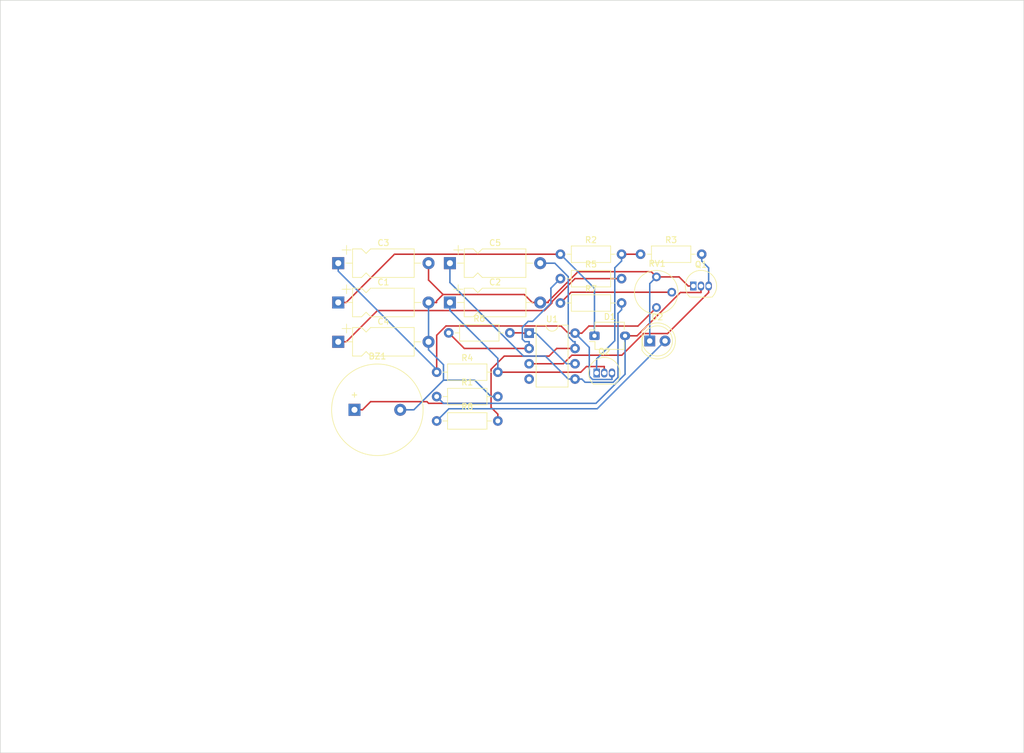
<source format=kicad_pcb>
(kicad_pcb (version 20211014) (generator pcbnew)
  (title_block (title "gammaray2usb") (date "2021-12-27") (rev "0.2x") (company "Fort Sand, Inc."))
  (layers (0 "F.Cu" signal) (31 "B.Cu" signal) (34 "B.Paste" user) (35 "F.Paste" user) (36 "B.SilkS" user "B.Silkscreen") (37 "F.SilkS" user "F.Silkscreen") (38 "B.Mask" user) (39 "F.Mask" user) (44 "Edge.Cuts" user))
  (net 0 "")
  (net 1 "Net-(BZ1-Pad1)")
  (net 2 "GND")
  (net 3 "Net-(C1-Pad1)")
  (net 4 "Net-(C2-Pad1)")
  (net 5 "+9V")
  (net 6 "Net-(C4-Pad1)")
  (net 7 "Net-(C5-Pad1)")
  (net 8 "Net-(D1-Pad2)")
  (net 9 "Net-(D2-Pad2)")
  (net 10 "Net-(Q1-Pad3)")
  (net 11 "Net-(Q2-Pad1)")
  (net 12 "Net-(R5-Pad1)")
  (net 13 "Net-(R6-Pad2)")
  (net 14 "Net-(R7-Pad1)")
  (net 15 "GNDREF")
  (footprint "Potentiometer_THT:Potentiometer_Vishay_T7-YA_Single_Vertical" (layer "F.Cu") (at 178.9838 86.0256)
    (fp_text reference "RV1" (at 0.11 -7.29) (layer "F.SilkS"))
    (fp_text value "250kΩ")
    (fp_circle (center -0.041 -2.54) (end 3.579 -2.54) (layer "F.SilkS") (width 0.12) (fill none))
    (pad "1" thru_hole circle locked (at 0 0) (size 1.44 1.44) (drill 0.8) (layers *.Cu *.Mask) (net 5 "+9V"))
    (pad "2" thru_hole circle locked (at 2.54 -2.54) (size 1.44 1.44) (drill 0.8) (layers *.Cu *.Mask) (net 14 "Net-(R7-Pad1)"))
    (pad "3" thru_hole circle locked (at 0 -5.08) (size 1.44 1.44) (drill 0.8) (layers *.Cu *.Mask) (net 2 "GND"))
  )
  (footprint "Resistor_THT:R_Axial_DIN0207_L6.3mm_D2.5mm_P10.16mm_Horizontal" (layer "F.Cu") (at 163.0278 77.1756)
    (fp_text reference "R2" (at 5.08 -2.37) (layer "F.SilkS"))
    (fp_text value "1.5M")
    (fp_line (start 9.12 0) (end 8.35 0) (layer "F.SilkS") (width 0.12))
    (fp_line (start 1.81 1.37) (end 8.35 1.37) (layer "F.SilkS") (width 0.12))
    (fp_line (start 1.81 -1.37) (end 1.81 1.37) (layer "F.SilkS") (width 0.12))
    (fp_line (start 1.04 0) (end 1.81 0) (layer "F.SilkS") (width 0.12))
    (fp_line (start 8.35 1.37) (end 8.35 -1.37) (layer "F.SilkS") (width 0.12))
    (fp_line (start 8.35 -1.37) (end 1.81 -1.37) (layer "F.SilkS") (width 0.12))
    (pad "1" thru_hole circle locked (at 0 0) (size 1.6 1.6) (drill 0.8) (layers *.Cu *.Mask) (net 3 "Net-(C1-Pad1)"))
    (pad "2" thru_hole oval locked (at 10.16 0) (size 1.6 1.6) (drill 0.8) (layers *.Cu *.Mask) (net 11 "Net-(Q2-Pad1)"))
  )
  (footprint "Resistor_THT:R_Axial_DIN0207_L6.3mm_D2.5mm_P10.16mm_Horizontal" (layer "F.Cu") (at 163.0278 81.2256)
    (fp_text reference "R5" (at 5.08 -2.37) (layer "F.SilkS"))
    (fp_text value "1k")
    (fp_line (start 9.12 0) (end 8.35 0) (layer "F.SilkS") (width 0.12))
    (fp_line (start 1.04 0) (end 1.81 0) (layer "F.SilkS") (width 0.12))
    (fp_line (start 1.81 1.37) (end 8.35 1.37) (layer "F.SilkS") (width 0.12))
    (fp_line (start 8.35 1.37) (end 8.35 -1.37) (layer "F.SilkS") (width 0.12))
    (fp_line (start 8.35 -1.37) (end 1.81 -1.37) (layer "F.SilkS") (width 0.12))
    (fp_line (start 1.81 -1.37) (end 1.81 1.37) (layer "F.SilkS") (width 0.12))
    (pad "1" thru_hole circle locked (at 0 0) (size 1.6 1.6) (drill 0.8) (layers *.Cu *.Mask) (net 12 "Net-(R5-Pad1)"))
    (pad "2" thru_hole oval locked (at 10.16 0) (size 1.6 1.6) (drill 0.8) (layers *.Cu *.Mask) (net 6 "Net-(C4-Pad1)"))
  )
  (footprint "Resistor_THT:R_Axial_DIN0207_L6.3mm_D2.5mm_P10.16mm_Horizontal" (layer "F.Cu") (at 142.4778 104.8656)
    (fp_text reference "R8" (at 5.08 -2.37) (layer "F.SilkS"))
    (fp_text value "1k")
    (fp_line (start 1.81 1.37) (end 8.35 1.37) (layer "F.SilkS") (width 0.12))
    (fp_line (start 1.81 -1.37) (end 1.81 1.37) (layer "F.SilkS") (width 0.12))
    (fp_line (start 8.35 -1.37) (end 1.81 -1.37) (layer "F.SilkS") (width 0.12))
    (fp_line (start 1.04 0) (end 1.81 0) (layer "F.SilkS") (width 0.12))
    (fp_line (start 8.35 1.37) (end 8.35 -1.37) (layer "F.SilkS") (width 0.12))
    (fp_line (start 9.12 0) (end 8.35 0) (layer "F.SilkS") (width 0.12))
    (pad "1" thru_hole circle locked (at 0 0) (size 1.6 1.6) (drill 0.8) (layers *.Cu *.Mask) (net 9 "Net-(D2-Pad2)"))
    (pad "2" thru_hole oval locked (at 10.16 0) (size 1.6 1.6) (drill 0.8) (layers *.Cu *.Mask) (net 1 "Net-(BZ1-Pad1)"))
  )
  (footprint "Capacitor_THT:CP_Axial_L10.0mm_D4.5mm_P15.00mm_Horizontal" (layer "F.Cu") (at 126.1278 85.1906)
    (fp_text reference "C1" (at 7.5 -3.37) (layer "F.SilkS"))
    (fp_text value "0.1µF")
    (fp_line (start 13.76 0) (end 12.62 0) (layer "F.SilkS") (width 0.12))
    (fp_line (start 2.38 2.37) (end 3.88 2.37) (layer "F.SilkS") (width 0.12))
    (fp_line (start 1.24 0) (end 2.38 0) (layer "F.SilkS") (width 0.12))
    (fp_line (start 3.88 2.37) (end 4.63 1.62) (layer "F.SilkS") (width 0.12))
    (fp_line (start 1.38 -2.95) (end 1.38 -1.45) (layer "F.SilkS") (width 0.12))
    (fp_line (start 5.38 -2.37) (end 12.62 -2.37) (layer "F.SilkS") (width 0.12))
    (fp_line (start 2.38 -2.37) (end 3.88 -2.37) (layer "F.SilkS") (width 0.12))
    (fp_line (start 2.38 -2.37) (end 2.38 2.37) (layer "F.SilkS") (width 0.12))
    (fp_line (start 4.63 1.62) (end 5.38 2.37) (layer "F.SilkS") (width 0.12))
    (fp_line (start 0.63 -2.2) (end 2.13 -2.2) (layer "F.SilkS") (width 0.12))
    (fp_line (start 3.88 -2.37) (end 4.63 -1.62) (layer "F.SilkS") (width 0.12))
    (fp_line (start 4.63 -1.62) (end 5.38 -2.37) (layer "F.SilkS") (width 0.12))
    (fp_line (start 12.62 -2.37) (end 12.62 2.37) (layer "F.SilkS") (width 0.12))
    (fp_line (start 5.38 2.37) (end 12.62 2.37) (layer "F.SilkS") (width 0.12))
    (pad "1" thru_hole rect locked (at 0 0) (size 2 2) (drill 1) (layers *.Cu *.Mask) (net 3 "Net-(C1-Pad1)"))
    (pad "2" thru_hole oval locked (at 15 0) (size 2 2) (drill 1) (layers *.Cu *.Mask) (net 2 "GND"))
  )
  (footprint "Resistor_THT:R_Axial_DIN0207_L6.3mm_D2.5mm_P10.16mm_Horizontal" (layer "F.Cu") (at 176.3378 77.1756)
    (fp_text reference "R3" (at 5.08 -2.37) (layer "F.SilkS"))
    (fp_text value "56k")
    (fp_line (start 8.35 -1.37) (end 1.81 -1.37) (layer "F.SilkS") (width 0.12))
    (fp_line (start 1.81 1.37) (end 8.35 1.37) (layer "F.SilkS") (width 0.12))
    (fp_line (start 8.35 1.37) (end 8.35 -1.37) (layer "F.SilkS") (width 0.12))
    (fp_line (start 1.04 0) (end 1.81 0) (layer "F.SilkS") (width 0.12))
    (fp_line (start 9.12 0) (end 8.35 0) (layer "F.SilkS") (width 0.12))
    (fp_line (start 1.81 -1.37) (end 1.81 1.37) (layer "F.SilkS") (width 0.12))
    (pad "1" thru_hole circle locked (at 0 0) (size 1.6 1.6) (drill 0.8) (layers *.Cu *.Mask) (net 11 "Net-(Q2-Pad1)"))
    (pad "2" thru_hole oval locked (at 10.16 0) (size 1.6 1.6) (drill 0.8) (layers *.Cu *.Mask) (net 10 "Net-(Q1-Pad3)"))
  )
  (footprint "Resistor_THT:R_Axial_DIN0207_L6.3mm_D2.5mm_P10.16mm_Horizontal" (layer "F.Cu") (at 144.4778 90.2356)
    (fp_text reference "R6" (at 5.08 -2.37) (layer "F.SilkS"))
    (fp_text value "1.5M")
    (fp_line (start 1.81 1.37) (end 8.35 1.37) (layer "F.SilkS") (width 0.12))
    (fp_line (start 8.35 -1.37) (end 1.81 -1.37) (layer "F.SilkS") (width 0.12))
    (fp_line (start 9.12 0) (end 8.35 0) (layer "F.SilkS") (width 0.12))
    (fp_line (start 1.81 -1.37) (end 1.81 1.37) (layer "F.SilkS") (width 0.12))
    (fp_line (start 8.35 1.37) (end 8.35 -1.37) (layer "F.SilkS") (width 0.12))
    (fp_line (start 1.04 0) (end 1.81 0) (layer "F.SilkS") (width 0.12))
    (pad "1" thru_hole circle locked (at 0 0) (size 1.6 1.6) (drill 0.8) (layers *.Cu *.Mask) (net 12 "Net-(R5-Pad1)"))
    (pad "2" thru_hole oval locked (at 10.16 0) (size 1.6 1.6) (drill 0.8) (layers *.Cu *.Mask) (net 13 "Net-(R6-Pad2)"))
  )
  (footprint "Package_TO_SOT_THT:TO-92_Inline" (layer "F.Cu") (at 185.1078 82.4556)
    (fp_text reference "Q1" (at 1.27 -3.56) (layer "F.SilkS"))
    (fp_text value "2N7000")
    (fp_line (start -0.53 1.85) (end 3.07 1.85) (layer "F.SilkS") (width 0.12))
    (fp_arc (start 1.27 -2.6) (mid 3.672087 -0.994977) (end 3.108478 1.838478) (layer "F.SilkS") (width 0.12))
    (fp_arc (start -0.568478 1.838478) (mid -1.132087 -0.994977) (end 1.27 -2.6) (layer "F.SilkS") (width 0.12))
    (pad "1" thru_hole rect locked (at 0 0) (size 1.05 1.5) (drill 0.75) (layers *.Cu *.Mask) (net 2 "GND"))
    (pad "2" thru_hole oval locked (at 1.27 0) (size 1.05 1.5) (drill 0.75) (layers *.Cu *.Mask) (net 8 "Net-(D1-Pad2)"))
    (pad "3" thru_hole oval locked (at 2.54 0) (size 1.05 1.5) (drill 0.75) (layers *.Cu *.Mask) (net 10 "Net-(Q1-Pad3)"))
  )
  (footprint "Package_DIP:DIP-8_W7.62mm" (layer "F.Cu") (at 157.8378 90.2856)
    (fp_text reference "U1" (at 3.81 -2.33) (layer "F.SilkS"))
    (fp_text value "LM358")
    (fp_line (start 6.46 -1.33) (end 4.81 -1.33) (layer "F.SilkS") (width 0.12))
    (fp_line (start 2.81 -1.33) (end 1.16 -1.33) (layer "F.SilkS") (width 0.12))
    (fp_line (start 1.16 8.95) (end 6.46 8.95) (layer "F.SilkS") (width 0.12))
    (fp_line (start 1.16 -1.33) (end 1.16 8.95) (layer "F.SilkS") (width 0.12))
    (fp_line (start 6.46 8.95) (end 6.46 -1.33) (layer "F.SilkS") (width 0.12))
    (fp_arc (start 4.81 -1.33) (mid 3.81 -0.33) (end 2.81 -1.33) (layer "F.SilkS") (width 0.12))
    (pad "1" thru_hole rect locked (at 0 0) (size 1.6 1.6) (drill 0.8) (layers *.Cu *.Mask) (net 13 "Net-(R6-Pad2)"))
    (pad "2" thru_hole oval locked (at 0 2.54) (size 1.6 1.6) (drill 0.8) (layers *.Cu *.Mask) (net 12 "Net-(R5-Pad1)"))
    (pad "3" thru_hole oval locked (at 0 5.08) (size 1.6 1.6) (drill 0.8) (layers *.Cu *.Mask) (net 10 "Net-(Q1-Pad3)"))
    (pad "4" thru_hole oval locked (at 0 7.62) (size 1.6 1.6) (drill 0.8) (layers *.Cu *.Mask) (net 15 "GNDREF"))
    (pad "5" thru_hole oval locked (at 7.62 7.62) (size 1.6 1.6) (drill 0.8) (layers *.Cu *.Mask) (net 7 "Net-(C5-Pad1)"))
    (pad "6" thru_hole oval locked (at 7.62 5.08) (size 1.6 1.6) (drill 0.8) (layers *.Cu *.Mask) (net 13 "Net-(R6-Pad2)"))
    (pad "7" thru_hole oval locked (at 7.62 2.54) (size 1.6 1.6) (drill 0.8) (layers *.Cu *.Mask) (net 1 "Net-(BZ1-Pad1)"))
    (pad "8" thru_hole oval locked (at 7.62 0) (size 1.6 1.6) (drill 0.8) (layers *.Cu *.Mask) (net 5 "+9V"))
  )
  (footprint "Resistor_THT:R_Axial_DIN0207_L6.3mm_D2.5mm_P10.16mm_Horizontal" (layer "F.Cu") (at 142.4778 100.8156)
    (fp_text reference "R1" (at 5.08 -2.37) (layer "F.SilkS"))
    (fp_text value "10M")
    (fp_line (start 9.12 0) (end 8.35 0) (layer "F.SilkS") (width 0.12))
    (fp_line (start 8.35 -1.37) (end 1.81 -1.37) (layer "F.SilkS") (width 0.12))
    (fp_line (start 8.35 1.37) (end 8.35 -1.37) (layer "F.SilkS") (width 0.12))
    (fp_line (start 1.81 -1.37) (end 1.81 1.37) (layer "F.SilkS") (width 0.12))
    (fp_line (start 1.04 0) (end 1.81 0) (layer "F.SilkS") (width 0.12))
    (fp_line (start 1.81 1.37) (end 8.35 1.37) (layer "F.SilkS") (width 0.12))
    (pad "1" thru_hole circle locked (at 0 0) (size 1.6 1.6) (drill 0.8) (layers *.Cu *.Mask) (net 8 "Net-(D1-Pad2)"))
    (pad "2" thru_hole oval locked (at 10.16 0) (size 1.6 1.6) (drill 0.8) (layers *.Cu *.Mask) (net 2 "GND"))
  )
  (footprint "Resistor_THT:R_Axial_DIN0207_L6.3mm_D2.5mm_P10.16mm_Horizontal" (layer "F.Cu") (at 163.0278 85.2756)
    (fp_text reference "R7" (at 5.08 -2.37) (layer "F.SilkS"))
    (fp_text value "1k")
    (fp_line (start 8.35 -1.37) (end 1.81 -1.37) (layer "F.SilkS") (width 0.12))
    (fp_line (start 9.12 0) (end 8.35 0) (layer "F.SilkS") (width 0.12))
    (fp_line (start 1.81 -1.37) (end 1.81 1.37) (layer "F.SilkS") (width 0.12))
    (fp_line (start 8.35 1.37) (end 8.35 -1.37) (layer "F.SilkS") (width 0.12))
    (fp_line (start 1.81 1.37) (end 8.35 1.37) (layer "F.SilkS") (width 0.12))
    (fp_line (start 1.04 0) (end 1.81 0) (layer "F.SilkS") (width 0.12))
    (pad "1" thru_hole circle locked (at 0 0) (size 1.6 1.6) (drill 0.8) (layers *.Cu *.Mask) (net 14 "Net-(R7-Pad1)"))
    (pad "2" thru_hole oval locked (at 10.16 0) (size 1.6 1.6) (drill 0.8) (layers *.Cu *.Mask) (net 7 "Net-(C5-Pad1)"))
  )
  (footprint "Buzzer_Beeper:Buzzer_15x7.5RM7.6" (layer "F.Cu") (at 128.8278 103.0156)
    (fp_text reference "BZ1" (at 3.81 -8.89) (layer "F.SilkS"))
    (fp_text value "Buzzer")
    (fp_text user "+" (at -0.01 -2.54) (layer "F.SilkS"))
    (fp_circle (center 3.8 0) (end 11.4 0) (layer "F.SilkS") (width 0.12) (fill none))
    (pad "1" thru_hole rect locked (at 0 0) (size 2 2) (drill 1) (layers *.Cu *.Mask) (net 1 "Net-(BZ1-Pad1)"))
    (pad "2" thru_hole circle locked (at 7.6 0) (size 2 2) (drill 1) (layers *.Cu *.Mask) (net 2 "GND"))
  )
  (footprint "Capacitor_THT:CP_Axial_L10.0mm_D4.5mm_P15.00mm_Horizontal" (layer "F.Cu") (at 144.6778 78.6606)
    (fp_text reference "C5" (at 7.5 -3.37) (layer "F.SilkS"))
    (fp_text value "0.01µF")
    (fp_line (start 1.38 -2.95) (end 1.38 -1.45) (layer "F.SilkS") (width 0.12))
    (fp_line (start 4.63 1.62) (end 5.38 2.37) (layer "F.SilkS") (width 0.12))
    (fp_line (start 3.88 2.37) (end 4.63 1.62) (layer "F.SilkS") (width 0.12))
    (fp_line (start 12.62 -2.37) (end 12.62 2.37) (layer "F.SilkS") (width 0.12))
    (fp_line (start 4.63 -1.62) (end 5.38 -2.37) (layer "F.SilkS") (width 0.12))
    (fp_line (start 2.38 -2.37) (end 3.88 -2.37) (layer "F.SilkS") (width 0.12))
    (fp_line (start 1.24 0) (end 2.38 0) (layer "F.SilkS") (width 0.12))
    (fp_line (start 13.76 0) (end 12.62 0) (layer "F.SilkS") (width 0.12))
    (fp_line (start 5.38 2.37) (end 12.62 2.37) (layer "F.SilkS") (width 0.12))
    (fp_line (start 2.38 -2.37) (end 2.38 2.37) (layer "F.SilkS") (width 0.12))
    (fp_line (start 2.38 2.37) (end 3.88 2.37) (layer "F.SilkS") (width 0.12))
    (fp_line (start 5.38 -2.37) (end 12.62 -2.37) (layer "F.SilkS") (width 0.12))
    (fp_line (start 0.63 -2.2) (end 2.13 -2.2) (layer "F.SilkS") (width 0.12))
    (fp_line (start 3.88 -2.37) (end 4.63 -1.62) (layer "F.SilkS") (width 0.12))
    (pad "1" thru_hole rect locked (at 0 0) (size 2 2) (drill 1) (layers *.Cu *.Mask) (net 7 "Net-(C5-Pad1)"))
    (pad "2" thru_hole oval locked (at 15 0) (size 2 2) (drill 1) (layers *.Cu *.Mask) (net 1 "Net-(BZ1-Pad1)"))
  )
  (footprint "Capacitor_THT:CP_Axial_L10.0mm_D4.5mm_P15.00mm_Horizontal" (layer "F.Cu") (at 126.1278 91.7206)
    (fp_text reference "C4" (at 7.5 -3.37) (layer "F.SilkS"))
    (fp_text value "20nF")
    (fp_line (start 12.62 -2.37) (end 12.62 2.37) (layer "F.SilkS") (width 0.12))
    (fp_line (start 3.88 2.37) (end 4.63 1.62) (layer "F.SilkS") (width 0.12))
    (fp_line (start 0.63 -2.2) (end 2.13 -2.2) (layer "F.SilkS") (width 0.12))
    (fp_line (start 4.63 1.62) (end 5.38 2.37) (layer "F.SilkS") (width 0.12))
    (fp_line (start 2.38 -2.37) (end 2.38 2.37) (layer "F.SilkS") (width 0.12))
    (fp_line (start 13.76 0) (end 12.62 0) (layer "F.SilkS") (width 0.12))
    (fp_line (start 5.38 2.37) (end 12.62 2.37) (layer "F.SilkS") (width 0.12))
    (fp_line (start 3.88 -2.37) (end 4.63 -1.62) (layer "F.SilkS") (width 0.12))
    (fp_line (start 2.38 -2.37) (end 3.88 -2.37) (layer "F.SilkS") (width 0.12))
    (fp_line (start 4.63 -1.62) (end 5.38 -2.37) (layer "F.SilkS") (width 0.12))
    (fp_line (start 2.38 2.37) (end 3.88 2.37) (layer "F.SilkS") (width 0.12))
    (fp_line (start 1.38 -2.95) (end 1.38 -1.45) (layer "F.SilkS") (width 0.12))
    (fp_line (start 1.24 0) (end 2.38 0) (layer "F.SilkS") (width 0.12))
    (fp_line (start 5.38 -2.37) (end 12.62 -2.37) (layer "F.SilkS") (width 0.12))
    (pad "1" thru_hole rect locked (at 0 0) (size 2 2) (drill 1) (layers *.Cu *.Mask) (net 6 "Net-(C4-Pad1)"))
    (pad "2" thru_hole oval locked (at 15 0) (size 2 2) (drill 1) (layers *.Cu *.Mask) (net 2 "GND"))
  )
  (footprint "Capacitor_THT:CP_Axial_L10.0mm_D4.5mm_P15.00mm_Horizontal" (layer "F.Cu") (at 126.1278 78.6606)
    (fp_text reference "C3" (at 7.5 -3.37) (layer "F.SilkS"))
    (fp_text value "0.1µF")
    (fp_line (start 1.24 0) (end 2.38 0) (layer "F.SilkS") (width 0.12))
    (fp_line (start 4.63 1.62) (end 5.38 2.37) (layer "F.SilkS") (width 0.12))
    (fp_line (start 12.62 -2.37) (end 12.62 2.37) (layer "F.SilkS") (width 0.12))
    (fp_line (start 3.88 2.37) (end 4.63 1.62) (layer "F.SilkS") (width 0.12))
    (fp_line (start 1.38 -2.95) (end 1.38 -1.45) (layer "F.SilkS") (width 0.12))
    (fp_line (start 13.76 0) (end 12.62 0) (layer "F.SilkS") (width 0.12))
    (fp_line (start 5.38 2.37) (end 12.62 2.37) (layer "F.SilkS") (width 0.12))
    (fp_line (start 2.38 2.37) (end 3.88 2.37) (layer "F.SilkS") (width 0.12))
    (fp_line (start 2.38 -2.37) (end 3.88 -2.37) (layer "F.SilkS") (width 0.12))
    (fp_line (start 4.63 -1.62) (end 5.38 -2.37) (layer "F.SilkS") (width 0.12))
    (fp_line (start 5.38 -2.37) (end 12.62 -2.37) (layer "F.SilkS") (width 0.12))
    (fp_line (start 0.63 -2.2) (end 2.13 -2.2) (layer "F.SilkS") (width 0.12))
    (fp_line (start 3.88 -2.37) (end 4.63 -1.62) (layer "F.SilkS") (width 0.12))
    (fp_line (start 2.38 -2.37) (end 2.38 2.37) (layer "F.SilkS") (width 0.12))
    (pad "1" thru_hole rect locked (at 0 0) (size 2 2) (drill 1) (layers *.Cu *.Mask) (net 5 "+9V"))
    (pad "2" thru_hole oval locked (at 15 0) (size 2 2) (drill 1) (layers *.Cu *.Mask) (net 2 "GND"))
  )
  (footprint "OptoDevice:Osram_DIL2_4.3x4.65mm_P5.08mm" (layer "F.Cu") (at 168.6878 90.7256)
    (fp_text reference "D1" (at 2.54 -3.17) (layer "F.SilkS"))
    (fp_text value "BPW34")
    (fp_line (start 0.08 -2.26) (end 4.95 -2.26) (layer "F.SilkS") (width 0.12))
    (fp_line (start 0.08 -0.96) (end -0.84 -0.96) (layer "F.SilkS") (width 0.12))
    (fp_line (start 0.08 -2.26) (end 0.08 -0.96) (layer "F.SilkS") (width 0.12))
    (fp_line (start 0.08 0.96) (end -0.84 0.96) (layer "F.SilkS") (width 0.12))
    (fp_line (start 0.08 0.96) (end 0.08 2.26) (layer "F.SilkS") (width 0.12))
    (fp_line (start 4.95 -2.26) (end 4.95 -1.06) (layer "F.SilkS") (width 0.12))
    (fp_line (start 4.95 1.06) (end 4.95 2.26) (layer "F.SilkS") (width 0.12))
    (fp_line (start 4.95 2.26) (end 0.08 2.26) (layer "F.SilkS") (width 0.12))
    (pad "1" thru_hole roundrect locked (at 0 0) (size 1.7 1.4) (drill 0.7) (layers *.Cu *.Mask) (roundrect_rratio 0.178) (net 3 "Net-(C1-Pad1)"))
    (pad "2" thru_hole oval locked (at 5.08 0) (size 1.7 1.4) (drill 0.7) (layers *.Cu *.Mask) (net 8 "Net-(D1-Pad2)"))
  )
  (footprint "LED_THT:LED_D5.0mm" (layer "F.Cu") (at 177.8678 91.5756)
    (fp_text reference "D2" (at 1.27 -3.96) (layer "F.SilkS"))
    (fp_text value "LED")
    (fp_line (start -1.29 -1.545) (end -1.29 1.545) (layer "F.SilkS") (width 0.12))
    (fp_arc (start -1.29 -1.54483) (mid 2.072002 -2.880433) (end 4.26 0.000462) (layer "F.SilkS") (width 0.12))
    (fp_arc (start 4.26 -0.000462) (mid 2.072002 2.880433) (end -1.29 1.54483) (layer "F.SilkS") (width 0.12))
    (fp_circle (center 1.27 0) (end 3.77 0) (layer "F.SilkS") (width 0.12) (fill none))
    (pad "1" thru_hole rect locked (at 0 0) (size 1.8 1.8) (drill 0.9) (layers *.Cu *.Mask) (net 2 "GND"))
    (pad "2" thru_hole circle locked (at 2.54 0) (size 1.8 1.8) (drill 0.9) (layers *.Cu *.Mask) (net 9 "Net-(D2-Pad2)"))
  )
  (footprint "Package_TO_SOT_THT:TO-92_Inline" (layer "F.Cu") (at 169.0478 96.9056)
    (fp_text reference "Q2" (at 1.27 -3.56) (layer "F.SilkS"))
    (fp_text value "2N3904")
    (fp_line (start -0.53 1.85) (end 3.07 1.85) (layer "F.SilkS") (width 0.12))
    (fp_arc (start 1.27 -2.6) (mid 3.672087 -0.994977) (end 3.108478 1.838478) (layer "F.SilkS") (width 0.12))
    (fp_arc (start -0.568478 1.838478) (mid -1.132087 -0.994977) (end 1.27 -2.6) (layer "F.SilkS") (width 0.12))
    (pad "1" thru_hole rect locked (at 0 0) (size 1.05 1.5) (drill 0.75) (layers *.Cu *.Mask) (net 11 "Net-(Q2-Pad1)"))
    (pad "2" thru_hole oval locked (at 1.27 0) (size 1.05 1.5) (drill 0.75) (layers *.Cu *.Mask) (net 4 "Net-(C2-Pad1)"))
    (pad "3" thru_hole oval locked (at 2.54 0) (size 1.05 1.5) (drill 0.75) (layers *.Cu *.Mask) (net 5 "+9V"))
  )
  (footprint "Resistor_THT:R_Axial_DIN0207_L6.3mm_D2.5mm_P10.16mm_Horizontal" (layer "F.Cu") (at 142.4778 96.7656)
    (fp_text reference "R4" (at 5.08 -2.37) (layer "F.SilkS"))
    (fp_text value "150k")
    (fp_line (start 8.35 1.37) (end 8.35 -1.37) (layer "F.SilkS") (width 0.12))
    (fp_line (start 1.81 1.37) (end 8.35 1.37) (layer "F.SilkS") (width 0.12))
    (fp_line (start 1.04 0) (end 1.81 0) (layer "F.SilkS") (width 0.12))
    (fp_line (start 8.35 -1.37) (end 1.81 -1.37) (layer "F.SilkS") (width 0.12))
    (fp_line (start 1.81 -1.37) (end 1.81 1.37) (layer "F.SilkS") (width 0.12))
    (fp_line (start 9.12 0) (end 8.35 0) (layer "F.SilkS") (width 0.12))
    (pad "1" thru_hole circle locked (at 0 0) (size 1.6 1.6) (drill 0.8) (layers *.Cu *.Mask) (net 5 "+9V"))
    (pad "2" thru_hole oval locked (at 10.16 0) (size 1.6 1.6) (drill 0.8) (layers *.Cu *.Mask) (net 4 "Net-(C2-Pad1)"))
  )
  (footprint "Capacitor_THT:CP_Axial_L10.0mm_D4.5mm_P15.00mm_Horizontal" (layer "F.Cu") (at 144.6778 85.1906)
    (fp_text reference "C2" (at 7.5 -3.37) (layer "F.SilkS"))
    (fp_text value "100 uF")
    (fp_line (start 2.38 -2.37) (end 3.88 -2.37) (layer "F.SilkS") (width 0.12))
    (fp_line (start 3.88 2.37) (end 4.63 1.62) (layer "F.SilkS") (width 0.12))
    (fp_line (start 1.38 -2.95) (end 1.38 -1.45) (layer "F.SilkS") (width 0.12))
    (fp_line (start 1.24 0) (end 2.38 0) (layer "F.SilkS") (width 0.12))
    (fp_line (start 13.76 0) (end 12.62 0) (layer "F.SilkS") (width 0.12))
    (fp_line (start 4.63 -1.62) (end 5.38 -2.37) (layer "F.SilkS") (width 0.12))
    (fp_line (start 2.38 -2.37) (end 2.38 2.37) (layer "F.SilkS") (width 0.12))
    (fp_line (start 2.38 2.37) (end 3.88 2.37) (layer "F.SilkS") (width 0.12))
    (fp_line (start 4.63 1.62) (end 5.38 2.37) (layer "F.SilkS") (width 0.12))
    (fp_line (start 5.38 2.37) (end 12.62 2.37) (layer "F.SilkS") (width 0.12))
    (fp_line (start 0.63 -2.2) (end 2.13 -2.2) (layer "F.SilkS") (width 0.12))
    (fp_line (start 12.62 -2.37) (end 12.62 2.37) (layer "F.SilkS") (width 0.12))
    (fp_line (start 5.38 -2.37) (end 12.62 -2.37) (layer "F.SilkS") (width 0.12))
    (fp_line (start 3.88 -2.37) (end 4.63 -1.62) (layer "F.SilkS") (width 0.12))
    (pad "1" thru_hole rect locked (at 0 0) (size 2 2) (drill 1) (layers *.Cu *.Mask) (net 4 "Net-(C2-Pad1)"))
    (pad "2" thru_hole oval locked (at 15 0) (size 2 2) (drill 1) (layers *.Cu *.Mask) (net 2 "GND"))
  )
  (gr_line (start 240 160) (end 70 160) (layer "Edge.Cuts") (width 0.1))
  (gr_line (start 70 35) (end 240 35) (layer "Edge.Cuts") (width 0.1))
  (gr_line (start 240 35) (end 240 160) (layer "Edge.Cuts") (width 0.1))
  (gr_line (start 70 160) (end 70 35) (layer "Edge.Cuts") (width 0.1))
  (segment (start 153.6994 94.0956) (end 151.5125 96.2825) (width 0.25) (layer "F.Cu") (net 1))
  (segment (start 152.6378 104.8656) (end 152.6378 103.7403) (width 0.25) (layer "F.Cu") (net 1))
  (segment (start 151.5125 96.2825) (end 151.5125 101.941) (width 0.25) (layer "F.Cu") (net 1))
  (segment (start 140.8632 101.6594) (end 141.1448 101.941) (width 0.25) (layer "F.Cu") (net 1))
  (segment (start 130.1531 103.0156) (end 131.5093 101.6594) (width 0.25) (layer "F.Cu") (net 1))
  (segment (start 161.1392 94.0956) (end 153.6994 94.0956) (width 0.25) (layer "F.Cu") (net 1))
  (segment (start 151.5125 102.615) (end 152.6378 103.7403) (width 0.25) (layer "F.Cu") (net 1))
  (segment (start 151.5125 101.941) (end 151.5125 102.615) (width 0.25) (layer "F.Cu") (net 1))
  (segment (start 131.5093 101.6594) (end 140.8632 101.6594) (width 0.25) (layer "F.Cu") (net 1))
  (segment (start 128.8278 103.0156) (end 130.1531 103.0156) (width 0.25) (layer "F.Cu") (net 1))
  (segment (start 141.1448 101.941) (end 151.5125 101.941) (width 0.25) (layer "F.Cu") (net 1))
  (segment (start 162.4092 92.8256) (end 161.1392 94.0956) (width 0.25) (layer "F.Cu") (net 1))
  (segment (start 165.4578 92.8256) (end 162.4092 92.8256) (width 0.25) (layer "F.Cu") (net 1))
  (segment (start 165.4578 92.8256) (end 165.4578 91.7003) (width 0.25) (layer "B.Cu") (net 1))
  (segment (start 165.4578 91.7003) (end 165.1764 91.7003) (width 0.25) (layer "B.Cu") (net 1))
  (segment (start 164.3325 90.8564) (end 164.3325 80.9053) (width 0.25) (layer "B.Cu") (net 1))
  (segment (start 164.3325 80.9053) (end 162.0878 78.6606) (width 0.25) (layer "B.Cu") (net 1))
  (segment (start 162.0878 78.6606) (end 159.6778 78.6606) (width 0.25) (layer "B.Cu") (net 1))
  (segment (start 165.1764 91.7003) (end 164.3325 90.8564) (width 0.25) (layer "B.Cu") (net 1))
  (segment (start 159.6778 85.1906) (end 161.0031 85.1906) (width 0.25) (layer "F.Cu") (net 2))
  (segment (start 142.4531 84.9421) (end 143.5299 83.8653) (width 0.25) (layer "F.Cu") (net 2))
  (segment (start 141.1278 85.1906) (end 142.4531 85.1906) (width 0.25) (layer "F.Cu") (net 2))
  (segment (start 159.6778 85.1906) (end 158.3525 85.1906) (width 0.25) (layer "F.Cu") (net 2))
  (segment (start 182.7475 80.9456) (end 178.9838 80.9456) (width 0.25) (layer "F.Cu") (net 2))
  (segment (start 165.9462 80.0731) (end 178.1113 80.0731) (width 0.25) (layer "F.Cu") (net 2))
  (segment (start 161.0031 85.0162) (end 165.9462 80.0731) (width 0.25) (layer "F.Cu") (net 2))
  (segment (start 185.1078 82.4556) (end 184.2575 82.4556) (width 0.25) (layer "F.Cu") (net 2))
  (segment (start 184.2575 82.4556) (end 182.7475 80.9456) (width 0.25) (layer "F.Cu") (net 2))
  (segment (start 157.0272 83.8653) (end 158.3525 85.1906) (width 0.25) (layer "F.Cu") (net 2))
  (segment (start 142.4531 85.1906) (end 142.4531 84.9421) (width 0.25) (layer "F.Cu") (net 2))
  (segment (start 178.1113 80.0731) (end 178.9838 80.9456) (width 0.25) (layer "F.Cu") (net 2))
  (segment (start 143.5299 83.8653) (end 157.0272 83.8653) (width 0.25) (layer "F.Cu") (net 2))
  (segment (start 161.0031 85.1906) (end 161.0031 85.0162) (width 0.25) (layer "F.Cu") (net 2))
  (segment (start 143.5299 83.8653) (end 141.1278 81.4632) (width 0.25) (layer "F.Cu") (net 2))
  (segment (start 141.1278 81.4632) (end 141.1278 78.6606) (width 0.25) (layer "F.Cu") (net 2))
  (segment (start 141.1278 91.7206) (end 141.1278 93.0459) (width 0.25) (layer "B.Cu") (net 2))
  (segment (start 141.1278 85.1906) (end 141.1278 91.7206) (width 0.25) (layer "B.Cu") (net 2))
  (segment (start 177.8678 82.0616) (end 177.8678 91.5756) (width 0.25) (layer "B.Cu") (net 2))
  (segment (start 178.9838 80.9456) (end 177.8678 82.0616) (width 0.25) (layer "B.Cu") (net 2))
  (segment (start 143.6091 95.5272) (end 141.1278 93.0459) (width 0.25) (layer "B.Cu") (net 2))
  (segment (start 138.6847 103.0156) (end 143.6091 98.0912) (width 0.25) (layer "B.Cu") (net 2))
  (segment (start 143.6091 98.0912) (end 143.6091 95.5272) (width 0.25) (layer "B.Cu") (net 2))
  (segment (start 136.4278 103.0156) (end 138.6847 103.0156) (width 0.25) (layer "B.Cu") (net 2))
  (segment (start 143.6091 98.0912) (end 148.7881 98.0912) (width 0.25) (layer "B.Cu") (net 2))
  (segment (start 152.6378 100.8156) (end 151.5125 100.8156) (width 0.25) (layer "B.Cu") (net 2))
  (segment (start 148.7881 98.0912) (end 151.5125 100.8156) (width 0.25) (layer "B.Cu") (net 2))
  (segment (start 127.4531 85.1906) (end 135.4681 77.1756) (width 0.25) (layer "F.Cu") (net 3))
  (segment (start 126.1278 85.1906) (end 127.4531 85.1906) (width 0.25) (layer "F.Cu") (net 3))
  (segment (start 135.4681 77.1756) (end 163.0278 77.1756) (width 0.25) (layer "F.Cu") (net 3))
  (segment (start 168.6878 82.8356) (end 163.0278 77.1756) (width 0.25) (layer "B.Cu") (net 3))
  (segment (start 168.6878 90.7256) (end 168.6878 82.8356) (width 0.25) (layer "B.Cu") (net 3))
  (segment (start 166.4152 96.7656) (end 167.3505 95.8303) (width 0.25) (layer "F.Cu") (net 4))
  (segment (start 170.3178 96.9056) (end 170.3178 95.8303) (width 0.25) (layer "F.Cu") (net 4))
  (segment (start 152.6378 96.7656) (end 166.4152 96.7656) (width 0.25) (layer "F.Cu") (net 4))
  (segment (start 167.3505 95.8303) (end 170.3178 95.8303) (width 0.25) (layer "F.Cu") (net 4))
  (segment (start 144.6778 85.1906) (end 144.6778 86.5159) (width 0.25) (layer "B.Cu") (net 4))
  (segment (start 144.6778 86.5159) (end 152.6378 94.4759) (width 0.25) (layer "B.Cu") (net 4))
  (segment (start 152.6378 94.4759) (end 152.6378 96.7656) (width 0.25) (layer "B.Cu") (net 4))
  (segment (start 163.1419 89.095) (end 164.3325 90.2856) (width 0.25) (layer "F.Cu") (net 5))
  (segment (start 142.4778 96.7656) (end 142.4778 90.637) (width 0.25) (layer "F.Cu") (net 5))
  (segment (start 178.9838 86.0256) (end 175.9036 89.1058) (width 0.25) (layer "F.Cu") (net 5))
  (segment (start 144.0198 89.095) (end 163.1419 89.095) (width 0.25) (layer "F.Cu") (net 5))
  (segment (start 175.9036 89.1058) (end 167.7628 89.1058) (width 0.25) (layer "F.Cu") (net 5))
  (segment (start 167.7628 89.1058) (end 167.7628 89.1059) (width 0.25) (layer "F.Cu") (net 5))
  (segment (start 142.4778 90.637) (end 144.0198 89.095) (width 0.25) (layer "F.Cu") (net 5))
  (segment (start 167.7628 89.1059) (end 166.5831 90.2856) (width 0.25) (layer "F.Cu") (net 5))
  (segment (start 165.4578 90.2856) (end 164.3325 90.2856) (width 0.25) (layer "F.Cu") (net 5))
  (segment (start 165.4578 90.2856) (end 166.5831 90.2856) (width 0.25) (layer "F.Cu") (net 5))
  (segment (start 171.5878 96.9056) (end 171.5878 97.9809) (width 0.25) (layer "B.Cu") (net 5))
  (segment (start 167.8271 97.4311) (end 168.3769 97.9809) (width 0.25) (layer "B.Cu") (net 5))
  (segment (start 167.8271 92.6549) (end 167.8271 97.4311) (width 0.25) (layer "B.Cu") (net 5))
  (segment (start 142.4778 96.3359) (end 142.4778 96.7656) (width 0.25) (layer "B.Cu") (net 5))
  (segment (start 126.1278 78.6606) (end 126.1278 79.9859) (width 0.25) (layer "B.Cu") (net 5))
  (segment (start 126.1278 79.9859) (end 142.4778 96.3359) (width 0.25) (layer "B.Cu") (net 5))
  (segment (start 168.3769 97.9809) (end 171.5878 97.9809) (width 0.25) (layer "B.Cu") (net 5))
  (segment (start 165.4578 90.2856) (end 167.8271 92.6549) (width 0.25) (layer "B.Cu") (net 5))
  (segment (start 127.4531 91.7206) (end 132.6454 86.5283) (width 0.25) (layer "F.Cu") (net 6))
  (segment (start 161.6163 85.2846) (end 161.6163 85.0549) (width 0.25) (layer "F.Cu") (net 6))
  (segment (start 160.3726 86.5283) (end 161.6163 85.2846) (width 0.25) (layer "F.Cu") (net 6))
  (segment (start 126.1278 91.7206) (end 127.4531 91.7206) (width 0.25) (layer "F.Cu") (net 6))
  (segment (start 165.4456 81.2256) (end 173.1878 81.2256) (width 0.25) (layer "F.Cu") (net 6))
  (segment (start 132.6454 86.5283) (end 160.3726 86.5283) (width 0.25) (layer "F.Cu") (net 6))
  (segment (start 161.6163 85.0549) (end 165.4456 81.2256) (width 0.25) (layer "F.Cu") (net 6))
  (segment (start 173.1878 86.4009) (end 172.5925 86.9962) (width 0.25) (layer "B.Cu") (net 7))
  (segment (start 173.1878 85.2756) (end 173.1878 86.4009) (width 0.25) (layer "B.Cu") (net 7))
  (segment (start 156.8967 94.0956) (end 160.5225 94.0956) (width 0.25) (layer "B.Cu") (net 7))
  (segment (start 172.5925 97.636) (end 171.7866 98.4419) (width 0.25) (layer "B.Cu") (net 7))
  (segment (start 165.4578 97.9056) (end 166.5831 97.9056) (width 0.25) (layer "B.Cu") (net 7))
  (segment (start 160.5225 94.0956) (end 164.3325 97.9056) (width 0.25) (layer "B.Cu") (net 7))
  (segment (start 171.7866 98.4419) (end 167.1194 98.4419) (width 0.25) (layer "B.Cu") (net 7))
  (segment (start 172.5925 86.9962) (end 172.5925 97.636) (width 0.25) (layer "B.Cu") (net 7))
  (segment (start 167.1194 98.4419) (end 166.5831 97.9056) (width 0.25) (layer "B.Cu") (net 7))
  (segment (start 144.6778 81.8767) (end 156.8967 94.0956) (width 0.25) (layer "B.Cu") (net 7))
  (segment (start 144.6778 78.6606) (end 144.6778 81.8767) (width 0.25) (layer "B.Cu") (net 7))
  (segment (start 165.4578 97.9056) (end 164.3325 97.9056) (width 0.25) (layer "B.Cu") (net 7))
  (segment (start 186.3778 82.4556) (end 186.3778 83.5309) (width 0.25) (layer "F.Cu") (net 8))
  (segment (start 175.7623 90.7256) (end 182.957 83.5309) (width 0.25) (layer "F.Cu") (net 8))
  (segment (start 173.7678 90.7256) (end 175.7623 90.7256) (width 0.25) (layer "F.Cu") (net 8))
  (segment (start 182.957 83.5309) (end 186.3778 83.5309) (width 0.25) (layer "F.Cu") (net 8))
  (segment (start 143.605 101.9428) (end 142.4778 100.8156) (width 0.25) (layer "B.Cu") (net 8))
  (segment (start 168.9344 101.9428) (end 143.605 101.9428) (width 0.25) (layer "B.Cu") (net 8))
  (segment (start 173.7678 90.7256) (end 173.7678 97.1094) (width 0.25) (layer "B.Cu") (net 8))
  (segment (start 173.7678 97.1094) (end 168.9344 101.9428) (width 0.25) (layer "B.Cu") (net 8))
  (segment (start 144.5028 102.8406) (end 169.1428 102.8406) (width 0.25) (layer "B.Cu") (net 9))
  (segment (start 142.4778 104.8656) (end 144.5028 102.8406) (width 0.25) (layer "B.Cu") (net 9))
  (segment (start 169.1428 102.8406) (end 180.4078 91.5756) (width 0.25) (layer "B.Cu") (net 9))
  (segment (start 163.5128 95.3656) (end 157.8378 95.3656) (width 0.25) (layer "F.Cu") (net 10))
  (segment (start 176.833 90.3503) (end 173.2323 93.951) (width 0.25) (layer "F.Cu") (net 10))
  (segment (start 164.9274 93.951) (end 163.5128 95.3656) (width 0.25) (layer "F.Cu") (net 10))
  (segment (start 187.6478 83.5309) (end 180.8284 90.3503) (width 0.25) (layer "F.Cu") (net 10))
  (segment (start 173.2323 93.951) (end 164.9274 93.951) (width 0.25) (layer "F.Cu") (net 10))
  (segment (start 187.6478 82.4556) (end 187.6478 83.5309) (width 0.25) (layer "F.Cu") (net 10))
  (segment (start 180.8284 90.3503) (end 176.833 90.3503) (width 0.25) (layer "F.Cu") (net 10))
  (segment (start 186.4978 77.1756) (end 186.4978 78.3009) (width 0.25) (layer "B.Cu") (net 10))
  (segment (start 186.4978 78.3009) (end 187.6478 79.4509) (width 0.25) (layer "B.Cu") (net 10))
  (segment (start 187.6478 79.4509) (end 187.6478 82.4556) (width 0.25) (layer "B.Cu") (net 10))
  (segment (start 173.1878 77.1756) (end 176.3378 77.1756) (width 0.25) (layer "F.Cu") (net 11))
  (segment (start 173.1878 77.1756) (end 173.1878 78.3009) (width 0.25) (layer "B.Cu") (net 11))
  (segment (start 172.0625 91.5427) (end 172.0625 79.4262) (width 0.25) (layer "B.Cu") (net 11))
  (segment (start 169.0478 96.9056) (end 169.0478 94.5574) (width 0.25) (layer "B.Cu") (net 11))
  (segment (start 169.0478 94.5574) (end 172.0625 91.5427) (width 0.25) (layer "B.Cu") (net 11))
  (segment (start 172.0625 79.4262) (end 173.1878 78.3009) (width 0.25) (layer "B.Cu") (net 11))
  (segment (start 144.4778 90.2356) (end 147.0678 92.8256) (width 0.25) (layer "F.Cu") (net 12))
  (segment (start 147.0678 92.8256) (end 157.8378 92.8256) (width 0.25) (layer "F.Cu") (net 12))
  (segment (start 161.4518 85.2931) (end 158.4188 88.3261) (width 0.25) (layer "B.Cu") (net 12))
  (segment (start 156.7125 91.2784) (end 157.1344 91.7003) (width 0.25) (layer "B.Cu") (net 12))
  (segment (start 157.1344 91.7003) (end 157.8378 91.7003) (width 0.25) (layer "B.Cu") (net 12))
  (segment (start 158.4188 88.3261) (end 157.6785 88.3261) (width 0.25) (layer "B.Cu") (net 12))
  (segment (start 157.6785 88.3261) (end 156.7125 89.2921) (width 0.25) (layer "B.Cu") (net 12))
  (segment (start 163.0278 81.2256) (end 161.4518 82.8016) (width 0.25) (layer "B.Cu") (net 12))
  (segment (start 161.4518 82.8016) (end 161.4518 85.2931) (width 0.25) (layer "B.Cu") (net 12))
  (segment (start 156.7125 89.2921) (end 156.7125 91.2784) (width 0.25) (layer "B.Cu") (net 12))
  (segment (start 157.8378 92.8256) (end 157.8378 91.7003) (width 0.25) (layer "B.Cu") (net 12))
  (segment (start 154.6378 90.2356) (end 156.6625 90.2356) (width 0.25) (layer "F.Cu") (net 13))
  (segment (start 156.6625 90.2356) (end 156.7125 90.2856) (width 0.25) (layer "F.Cu") (net 13))
  (segment (start 157.8378 90.2856) (end 156.7125 90.2856) (width 0.25) (layer "F.Cu") (net 13))
  (segment (start 164.0431 95.3656) (end 165.4578 95.3656) (width 0.25) (layer "B.Cu") (net 13))
  (segment (start 157.8378 90.2856) (end 158.9631 90.2856) (width 0.25) (layer "B.Cu") (net 13))
  (segment (start 158.9631 90.2856) (end 164.0431 95.3656) (width 0.25) (layer "B.Cu") (net 13))
  (segment (start 163.0278 85.2756) (end 164.8178 83.4856) (width 0.25) (layer "F.Cu") (net 14))
  (segment (start 164.8178 83.4856) (end 181.5238 83.4856) (width 0.25) (layer "F.Cu") (net 14))
)
</source>
